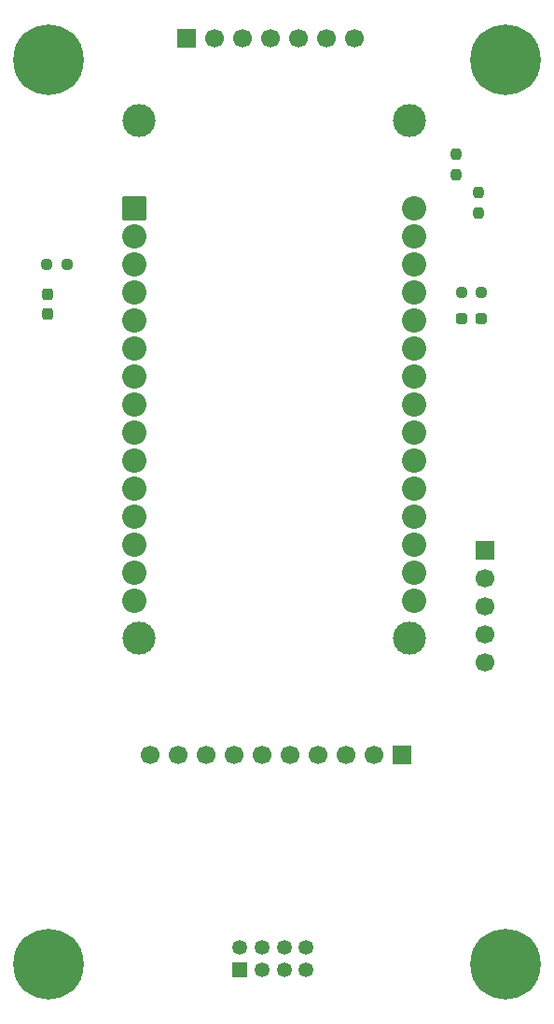
<source format=gts>
%TF.GenerationSoftware,KiCad,Pcbnew,9.0.5*%
%TF.CreationDate,2025-11-16T15:30:45+01:00*%
%TF.ProjectId,DronePCB,44726f6e-6550-4434-922e-6b696361645f,rev?*%
%TF.SameCoordinates,Original*%
%TF.FileFunction,Soldermask,Top*%
%TF.FilePolarity,Negative*%
%FSLAX46Y46*%
G04 Gerber Fmt 4.6, Leading zero omitted, Abs format (unit mm)*
G04 Created by KiCad (PCBNEW 9.0.5) date 2025-11-16 15:30:45*
%MOMM*%
%LPD*%
G01*
G04 APERTURE LIST*
G04 Aperture macros list*
%AMRoundRect*
0 Rectangle with rounded corners*
0 $1 Rounding radius*
0 $2 $3 $4 $5 $6 $7 $8 $9 X,Y pos of 4 corners*
0 Add a 4 corners polygon primitive as box body*
4,1,4,$2,$3,$4,$5,$6,$7,$8,$9,$2,$3,0*
0 Add four circle primitives for the rounded corners*
1,1,$1+$1,$2,$3*
1,1,$1+$1,$4,$5*
1,1,$1+$1,$6,$7*
1,1,$1+$1,$8,$9*
0 Add four rect primitives between the rounded corners*
20,1,$1+$1,$2,$3,$4,$5,0*
20,1,$1+$1,$4,$5,$6,$7,0*
20,1,$1+$1,$6,$7,$8,$9,0*
20,1,$1+$1,$8,$9,$2,$3,0*%
G04 Aperture macros list end*
%ADD10C,6.400000*%
%ADD11RoundRect,0.237500X0.237500X-0.250000X0.237500X0.250000X-0.237500X0.250000X-0.237500X-0.250000X0*%
%ADD12RoundRect,0.237500X0.237500X-0.287500X0.237500X0.287500X-0.237500X0.287500X-0.237500X-0.287500X0*%
%ADD13R,1.700000X1.700000*%
%ADD14C,1.700000*%
%ADD15RoundRect,0.237500X0.250000X0.237500X-0.250000X0.237500X-0.250000X-0.237500X0.250000X-0.237500X0*%
%ADD16C,3.000000*%
%ADD17RoundRect,0.102000X-1.000000X-1.000000X1.000000X-1.000000X1.000000X1.000000X-1.000000X1.000000X0*%
%ADD18C,2.204000*%
%ADD19RoundRect,0.237500X-0.287500X-0.237500X0.287500X-0.237500X0.287500X0.237500X-0.287500X0.237500X0*%
%ADD20RoundRect,0.237500X-0.250000X-0.237500X0.250000X-0.237500X0.250000X0.237500X-0.250000X0.237500X0*%
%ADD21R,1.350000X1.350000*%
%ADD22C,1.350000*%
G04 APERTURE END LIST*
D10*
%TO.C,H1*%
X22000000Y-104500000D03*
%TD*%
D11*
%TO.C,R4*%
X61000000Y-36412500D03*
X61000000Y-34587500D03*
%TD*%
D10*
%TO.C,H2*%
X63500000Y-104500000D03*
%TD*%
D12*
%TO.C,D1*%
X21900000Y-45550000D03*
X21900000Y-43800000D03*
%TD*%
D10*
%TO.C,H3*%
X22000000Y-22500000D03*
%TD*%
D11*
%TO.C,R3*%
X59000000Y-32912500D03*
X59000000Y-31087500D03*
%TD*%
D13*
%TO.C,SIGNAUX*%
X34560000Y-20600000D03*
D14*
X37100000Y-20600000D03*
X39640000Y-20600000D03*
X42180000Y-20600000D03*
X44720000Y-20600000D03*
X47260000Y-20600000D03*
X49800000Y-20600000D03*
%TD*%
D15*
%TO.C,R1*%
X23700000Y-41100000D03*
X21875000Y-41100000D03*
%TD*%
D16*
%TO.C,U1*%
X30220000Y-28025000D03*
X30220000Y-74975000D03*
X54730000Y-28025000D03*
X54730000Y-74975000D03*
D17*
X29800000Y-35985000D03*
D18*
X29800000Y-38525000D03*
X29800000Y-41065000D03*
X29800000Y-43605000D03*
X29800000Y-46145000D03*
X29800000Y-48685000D03*
X29800000Y-51225000D03*
X29800000Y-53765000D03*
X29800000Y-56305000D03*
X29800000Y-58845000D03*
X29800000Y-61385000D03*
X29800000Y-63925000D03*
X29800000Y-66465000D03*
X29800000Y-69005000D03*
X29800000Y-71545000D03*
X55200000Y-71545000D03*
X55200000Y-69005000D03*
X55200000Y-66465000D03*
X55200000Y-63925000D03*
X55200000Y-61385000D03*
X55200000Y-58845000D03*
X55200000Y-56305000D03*
X55200000Y-53765000D03*
X55200000Y-51225000D03*
X55200000Y-48685000D03*
X55200000Y-46145000D03*
X55200000Y-43605000D03*
X55200000Y-41065000D03*
X55200000Y-38525000D03*
X55200000Y-35985000D03*
%TD*%
D19*
%TO.C,D2*%
X59525000Y-46000000D03*
X61275000Y-46000000D03*
%TD*%
D13*
%TO.C,GY-271*%
X61600000Y-67000000D03*
D14*
X61600000Y-69540000D03*
X61600000Y-72080000D03*
X61600000Y-74620000D03*
X61600000Y-77160000D03*
%TD*%
D20*
%TO.C,R2*%
X59475000Y-43600000D03*
X61300000Y-43600000D03*
%TD*%
D10*
%TO.C,H4*%
X63500000Y-22500000D03*
%TD*%
D13*
%TO.C,MPU9265*%
X54080000Y-85500000D03*
D14*
X51540000Y-85500000D03*
X49000000Y-85500000D03*
X46460000Y-85500000D03*
X43920000Y-85500000D03*
X41380000Y-85500000D03*
X38840000Y-85500000D03*
X36300000Y-85500000D03*
X33760000Y-85500000D03*
X31220000Y-85500000D03*
%TD*%
D21*
%TO.C,NRF24L01*%
X39400000Y-105000000D03*
D22*
X39400000Y-103000000D03*
X41400000Y-105000000D03*
X41400000Y-103000000D03*
X43400000Y-105000000D03*
X43400000Y-103000000D03*
X45400000Y-105000000D03*
X45400000Y-103000000D03*
%TD*%
M02*

</source>
